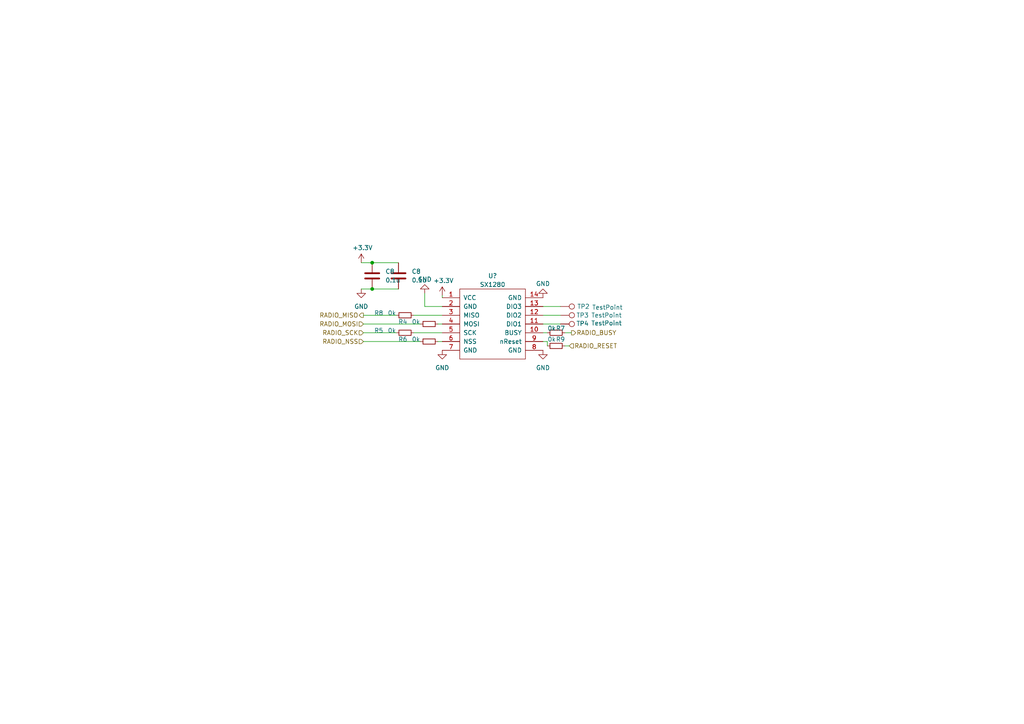
<source format=kicad_sch>
(kicad_sch (version 20230121) (generator eeschema)
  (paper "A4")
  (lib_symbols
    (symbol "Connector:TestPoint" (pin_numbers hide) (pin_names (offset 0.762) hide)
      (property "Reference" "TP" (at 0 6.858 0))
      (property "Value" "TestPoint" (at 0 5.08 0))
      (symbol "TestPoint_0_1"
        (circle (center 0 3.302) (radius 0.762))
      )
      (symbol "TestPoint_1_1"
        (pin passive line (at 0 0 90) (length 2.54) (name "1") (number "1"))
      )
    )
    (symbol "Device:R_Small" (pin_numbers hide) (pin_names (offset 0.254) hide)
      (property "Reference" "R" (at 0.762 0.508 0))
      (property "Value" "R_Small" (at 0.762 -1.016 0))
      (symbol "R_Small_0_1"
        (rectangle (start -0.762 1.778) (end 0.762 -1.778) (stroke (width 0.2032)))
      )
      (symbol "R_Small_1_1"
        (pin passive line (at 0 2.54 270) (length 0.762) (name "~") (number "1"))
        (pin passive line (at 0 -2.54 90) (length 0.762) (name "~") (number "2"))
      )
    )
    (symbol "bots:C_0.1u" (pin_numbers hide) (pin_names (offset 0.254))
      (property "Reference" "C" (at 0.635 2.54 0))
      (property "Value" "0.1u" (at 0.635 -2.54 0))
      (symbol "C_0.1u_0_1"
        (polyline (pts (xy -2.032 -0.762) (xy 2.032 -0.762)) (stroke (width 0.508)))
        (polyline (pts (xy -2.032 0.762) (xy 2.032 0.762)) (stroke (width 0.508)))
      )
      (symbol "C_0.1u_1_1"
        (pin passive line (at 0 3.81 270) (length 2.794) (name "~") (number "1"))
        (pin passive line (at 0 -3.81 90) (length 2.794) (name "~") (number "2"))
      )
    )
    (symbol "power:+3.3V" (power) (pin_names (offset 0))
      (property "Value" "+3.3V" (at 0 3.556 0))
      (symbol "+3.3V_0_1"
        (polyline (pts (xy -0.762 1.27) (xy 0 2.54)))
        (polyline (pts (xy 0 0) (xy 0 2.54)))
        (polyline (pts (xy 0 2.54) (xy 0.762 1.27)))
      )
      (symbol "+3.3V_1_1"
        (pin power_in line (at 0 0 90) (length 0) hide (name "+3.3V") (number "1"))
      )
    )
    (symbol "power:GND" (power) (pin_names (offset 0))
      (property "Value" "GND" (at 0 -3.81 0))
      (symbol "GND_0_1"
        (polyline (pts (xy 0 0) (xy 0 -1.27) (xy 1.27 -1.27) (xy 0 -2.54) (xy -1.27 -1.27) (xy 0 -1.27)))
      )
      (symbol "GND_1_1"
        (pin power_in line (at 0 0 270) (length 0) hide (name "GND") (number "1"))
      )
    )
    (symbol "sx1280-bluekitchen:SX1280-BlueKitchen" (pin_names (offset 1.016))
      (property "Reference" "U1" (at 4.445 9.271 0))
      (property "Value" "SX1280" (at 4.445 6.9596 0))
      (symbol "SX1280-BlueKitchen_0_1"
        (rectangle (start -6.35 5.08) (end 12.7 -15.24))
      )
      (symbol "SX1280-BlueKitchen_1_1"
        (pin power_in line (at -11.43 2.54 0) (length 5.08) (name "VCC") (number "1"))
        (pin output line (at 17.78 -7.62 180) (length 5.08) (name "BUSY") (number "10"))
        (pin output line (at 17.78 -5.08 180) (length 5.08) (name "DIO1") (number "11"))
        (pin output line (at 17.78 -2.54 180) (length 5.08) (name "DIO2") (number "12"))
        (pin output line (at 17.78 0 180) (length 5.08) (name "DIO3") (number "13"))
        (pin power_in line (at 17.78 2.54 180) (length 5.08) (name "GND") (number "14"))
        (pin power_in line (at -11.43 0 0) (length 5.08) (name "GND") (number "2"))
        (pin input line (at -11.43 -2.54 0) (length 5.08) (name "MISO") (number "3"))
        (pin input line (at -11.43 -5.08 0) (length 5.08) (name "MOSI") (number "4"))
        (pin input line (at -11.43 -7.62 0) (length 5.08) (name "SCK") (number "5"))
        (pin input line (at -11.43 -10.16 0) (length 5.08) (name "NSS") (number "6"))
        (pin power_in line (at -11.43 -12.7 0) (length 5.08) (name "GND") (number "7"))
        (pin power_in line (at 17.78 -12.7 180) (length 5.08) (name "GND") (number "8"))
        (pin output line (at 17.78 -10.16 180) (length 5.08) (name "nReset") (number "9"))
      )
    )
  )
  (junction (at 107.95 83.82))
  (junction (at 107.95 76.2))
  (wire (pts (xy 107.95 76.2) (xy 115.57 76.2)))
  (wire (pts (xy 107.95 83.82) (xy 115.57 83.82)))
  (wire (pts (xy 123.19 85.09) (xy 123.19 88.9)))
  (wire (pts (xy 104.775 76.2) (xy 107.95 76.2)))
  (wire (pts (xy 163.83 100.33) (xy 165.1 100.33)))
  (wire (pts (xy 158.75 100.33) (xy 158.75 99.06)))
  (wire (pts (xy 128.27 85.725) (xy 128.27 86.36)))
  (wire (pts (xy 120.015 96.52) (xy 128.27 96.52)))
  (wire (pts (xy 163.83 96.52) (xy 165.735 96.52)))
  (wire (pts (xy 157.48 88.9) (xy 162.56 88.9)))
  (wire (pts (xy 157.48 91.44) (xy 162.56 91.44)))
  (wire (pts (xy 105.41 91.44) (xy 114.935 91.44)))
  (wire (pts (xy 127 99.06) (xy 128.27 99.06)))
  (wire (pts (xy 158.75 99.06) (xy 157.48 99.06)))
  (wire (pts (xy 105.41 93.98) (xy 121.92 93.98)))
  (wire (pts (xy 157.48 93.98) (xy 162.56 93.98)))
  (wire (pts (xy 105.41 96.52) (xy 114.935 96.52)))
  (wire (pts (xy 120.015 91.44) (xy 128.27 91.44)))
  (wire (pts (xy 104.775 83.82) (xy 107.95 83.82)))
  (wire (pts (xy 128.27 88.9) (xy 123.19 88.9)))
  (wire (pts (xy 158.75 96.52) (xy 157.48 96.52)))
  (wire (pts (xy 105.41 99.06) (xy 121.92 99.06)))
  (wire (pts (xy 127 93.98) (xy 128.27 93.98)))
  (hierarchical_label "RADIO_MISO" (shape output) (at 105.41 91.44 180))
  (hierarchical_label "RADIO_BUSY" (shape output) (at 165.735 96.52 0))
  (hierarchical_label "RADIO_NSS" (shape input) (at 105.41 99.06 180))
  (hierarchical_label "RADIO_SCK" (shape input) (at 105.41 96.52 180))
  (hierarchical_label "RADIO_MOSI" (shape input) (at 105.41 93.98 180))
  (hierarchical_label "RADIO_RESET" (shape input) (at 165.1 100.33 0))
  (symbol (lib_id "bots:C_0.1u") (at 107.95 80.01 0) (unit 1)
    (property "Reference" "C8" (at 111.76 78.74 0) (effects (justify left)))
    (property "Value" "0.1u" (at 111.76 81.28 0) (effects (justify left)))
    (property "Footprint" "bots:C_0603_1608Metric" (effects hide))
    (instances (project "FacePlate" (path "" (reference "C8") (unit 1)) (path "" (reference "C11") (unit 1))))
  )
  (symbol (lib_id "power:GND") (at 128.27 101.6 0) (unit 1)
    (property "Reference" "#PWR026" (effects hide))
    (property "Value" "GND" (at 128.27 106.68 0))
  )
  (symbol (lib_id "Device:R_Small") (at 124.46 93.98 90) (unit 1)
    (property "Reference" "R4" (at 116.84 93.345 90))
    (property "Value" "0k" (at 120.65 93.345 90))
    (property "Footprint" "Resistor_SMD:R_0603_1608Metric" (effects hide))
  )
  (symbol (lib_id "Device:R_Small") (at 161.29 96.52 90) (unit 1)
    (property "Reference" "R7" (at 162.56 95.25 90))
    (property "Value" "0k" (at 160.02 95.25 90))
    (property "Footprint" "Resistor_SMD:R_0603_1608Metric" (effects hide))
  )
  (symbol (lib_id "sx1280-bluekitchen:SX1280-BlueKitchen") (at 139.7 88.9 0) (unit 1)
    (property "Reference" "U?" (at 142.875 80.01 0))
    (property "Value" "SX1280" (at 142.875 82.55 0))
    (property "Footprint" "SX1280:E28-2G4M12S-SX1280" (effects hide))
    (instances (project "FacePlate" (path "" (reference "U?") (unit 1)) (path "" (reference "U4") (unit 1))))
  )
  (symbol (lib_id "power:+3.3V") (at 128.27 85.725 0) (unit 1)
    (property "Reference" "#PWR?" (effects hide))
    (property "Value" "+3.3V" (at 128.6383 81.4006 0))
    (instances (project "FacePlate" (path "" (reference "#PWR?") (unit 1)) (path "" (reference "#PWR024") (unit 1))))
  )
  (symbol (lib_id "power:GND") (at 157.48 86.36 180) (unit 1)
    (property "Reference" "#PWR025" (effects hide))
    (property "Value" "GND" (at 157.48 82.296 0))
  )
  (symbol (lib_id "Connector:TestPoint") (at 162.56 93.98 270) (unit 1)
    (property "Reference" "TP4" (at 167.132 93.853 90) (effects (justify left)))
    (property "Value" "TestPoint" (at 171.45 93.726 90) (effects (justify left)))
    (property "Footprint" "TestPoint:TestPoint_Pad_D1.0mm" (effects hide))
  )
  (symbol (lib_id "power:GND") (at 123.19 85.09 180) (unit 1)
    (property "Reference" "#PWR023" (effects hide))
    (property "Value" "GND" (at 123.19 81.026 0))
  )
  (symbol (lib_id "power:GND") (at 104.775 83.82 0) (unit 1)
    (property "Reference" "#PWR022" (effects hide))
    (property "Value" "GND" (at 104.775 88.9 0))
  )
  (symbol (lib_id "Device:R_Small") (at 161.29 100.33 90) (unit 1)
    (property "Reference" "R9" (at 162.56 98.425 90))
    (property "Value" "0k" (at 160.02 98.425 90))
    (property "Footprint" "Resistor_SMD:R_0603_1608Metric" (effects hide))
  )
  (symbol (lib_id "power:+3.3V") (at 104.775 76.2 0) (unit 1)
    (property "Reference" "#PWR?" (effects hide))
    (property "Value" "+3.3V" (at 105.1433 71.8756 0))
    (instances (project "FacePlate" (path "" (reference "#PWR?") (unit 1)) (path "" (reference "#PWR021") (unit 1))))
  )
  (symbol (lib_id "power:GND") (at 157.48 101.6 0) (unit 1)
    (property "Reference" "#PWR027" (effects hide))
    (property "Value" "GND" (at 157.48 106.68 0))
  )
  (symbol (lib_id "Connector:TestPoint") (at 162.56 88.9 270) (unit 1)
    (property "Reference" "TP2" (at 167.386 88.9 90) (effects (justify left)))
    (property "Value" "TestPoint" (at 171.704 89.154 90) (effects (justify left)))
    (property "Footprint" "TestPoint:TestPoint_Pad_D1.0mm" (effects hide))
  )
  (symbol (lib_id "Device:R_Small") (at 117.475 96.52 90) (unit 1)
    (property "Reference" "R5" (at 109.855 95.885 90))
    (property "Value" "0k" (at 113.665 95.885 90))
    (property "Footprint" "Resistor_SMD:R_0603_1608Metric" (effects hide))
  )
  (symbol (lib_id "bots:C_0.1u") (at 115.57 80.01 0) (unit 1)
    (property "Reference" "C8" (at 119.38 78.74 0) (effects (justify left)))
    (property "Value" "0.1u" (at 119.38 81.28 0) (effects (justify left)))
    (property "Footprint" "bots:C_0603_1608Metric" (effects hide))
    (instances (project "FacePlate" (path "" (reference "C8") (unit 1)) (path "" (reference "C10") (unit 1))))
  )
  (symbol (lib_id "Device:R_Small") (at 117.475 91.44 90) (unit 1)
    (property "Reference" "R8" (at 109.855 90.805 90))
    (property "Value" "0k" (at 113.665 90.805 90))
    (property "Footprint" "Resistor_SMD:R_0603_1608Metric" (effects hide))
  )
  (symbol (lib_id "Connector:TestPoint") (at 162.56 91.44 270) (unit 1)
    (property "Reference" "TP3" (at 167.132 91.44 90) (effects (justify left)))
    (property "Value" "TestPoint" (at 171.45 91.44 90) (effects (justify left)))
    (property "Footprint" "TestPoint:TestPoint_Pad_D1.0mm" (effects hide))
  )
  (symbol (lib_id "Device:R_Small") (at 124.46 99.06 90) (unit 1)
    (property "Reference" "R6" (at 116.84 98.425 90))
    (property "Value" "0k" (at 120.65 98.425 90))
    (property "Footprint" "Resistor_SMD:R_0603_1608Metric" (effects hide))
  )
)
</source>
